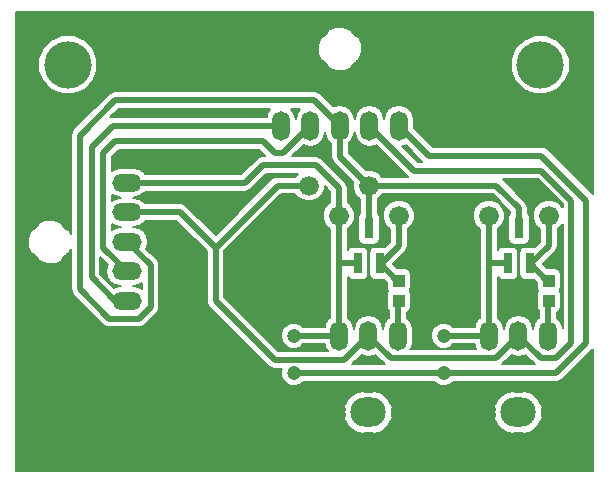
<source format=gbr>
G04 #@! TF.FileFunction,Copper,L2,Bot,Signal*
%FSLAX46Y46*%
G04 Gerber Fmt 4.6, Leading zero omitted, Abs format (unit mm)*
G04 Created by KiCad (PCBNEW 4.0.4-stable) date 10/31/16 15:00:17*
%MOMM*%
%LPD*%
G01*
G04 APERTURE LIST*
%ADD10C,0.100000*%
%ADD11O,1.500000X2.500000*%
%ADD12O,3.000000X2.500000*%
%ADD13R,0.800100X1.800860*%
%ADD14C,1.676400*%
%ADD15R,1.000000X1.100000*%
%ADD16O,2.500000X1.500000*%
%ADD17C,4.000000*%
%ADD18C,1.200000*%
%ADD19C,0.500000*%
%ADD20C,0.200000*%
G04 APERTURE END LIST*
D10*
D11*
X40640000Y-27940000D03*
X43140000Y-27940000D03*
X45640000Y-27940000D03*
D12*
X43140000Y-34440000D03*
D11*
X27940000Y-27940000D03*
X30440000Y-27940000D03*
X32940000Y-27940000D03*
D12*
X30440000Y-34440000D03*
D11*
X33020000Y-10160000D03*
X30520000Y-10160000D03*
X28020000Y-10160000D03*
X25520000Y-10160000D03*
X23020000Y-10160000D03*
D13*
X44130000Y-21821140D03*
X42230000Y-21821140D03*
X43180000Y-18818860D03*
X31430000Y-21821140D03*
X29530000Y-21821140D03*
X30480000Y-18818860D03*
D14*
X40640000Y-17780000D03*
X45720000Y-17780000D03*
X33020000Y-17780000D03*
X27940000Y-17780000D03*
X25400000Y-15240000D03*
X30480000Y-15240000D03*
D15*
X45720000Y-23280000D03*
X45720000Y-24980000D03*
X33020000Y-24980000D03*
X33020000Y-23280000D03*
D16*
X10000000Y-15000000D03*
X10000000Y-17500000D03*
X10000000Y-20000000D03*
X10000000Y-22500000D03*
X10000000Y-25000000D03*
D17*
X45000000Y-5000000D03*
X5000000Y-5000000D03*
D18*
X36830000Y-27940000D03*
X36830000Y-31115000D03*
X24130000Y-27940000D03*
X24130000Y-31115000D03*
D19*
X10000000Y-15000000D02*
X20000000Y-15000000D01*
X27940000Y-15440000D02*
X27940000Y-17780000D01*
X26000000Y-13500000D02*
X27940000Y-15440000D01*
X21500000Y-13500000D02*
X26000000Y-13500000D01*
X20000000Y-15000000D02*
X21500000Y-13500000D01*
X36830000Y-31115000D02*
X46355000Y-31115000D01*
X35560000Y-12700000D02*
X33020000Y-10160000D01*
X45085000Y-12700000D02*
X35560000Y-12700000D01*
X48895000Y-16510000D02*
X45085000Y-12700000D01*
X48895000Y-28575000D02*
X48895000Y-16510000D01*
X46355000Y-31115000D02*
X48895000Y-28575000D01*
X24130000Y-31115000D02*
X36830000Y-31115000D01*
X36830000Y-27940000D02*
X40640000Y-27940000D01*
X24130000Y-27940000D02*
X27940000Y-27940000D01*
X29530000Y-21821140D02*
X27940000Y-21821140D01*
X27940000Y-21821140D02*
X27940000Y-21590000D01*
X42230000Y-21821140D02*
X40640000Y-21821140D01*
X40640000Y-21821140D02*
X40640000Y-21590000D01*
X40640000Y-17780000D02*
X40640000Y-21590000D01*
X40640000Y-21590000D02*
X40640000Y-27940000D01*
X27940000Y-27940000D02*
X27940000Y-21590000D01*
X27940000Y-21590000D02*
X27940000Y-17780000D01*
X25400000Y-15240000D02*
X22760000Y-15240000D01*
X22760000Y-15240000D02*
X17500000Y-20500000D01*
X30440000Y-27940000D02*
X28380000Y-30000000D01*
X14500000Y-17500000D02*
X10000000Y-17500000D01*
X17500000Y-20500000D02*
X14500000Y-17500000D01*
X17500000Y-25000000D02*
X17500000Y-20500000D01*
X22500000Y-30000000D02*
X17500000Y-25000000D01*
X28380000Y-30000000D02*
X22500000Y-30000000D01*
X30520000Y-10160000D02*
X34330000Y-13970000D01*
X45045000Y-29845000D02*
X43140000Y-27940000D01*
X46355000Y-29845000D02*
X45045000Y-29845000D01*
X47625000Y-28575000D02*
X46355000Y-29845000D01*
X47625000Y-16510000D02*
X47625000Y-28575000D01*
X45085000Y-13970000D02*
X47625000Y-16510000D01*
X34330000Y-13970000D02*
X45085000Y-13970000D01*
X30440000Y-27940000D02*
X32345000Y-29845000D01*
X41235000Y-29845000D02*
X43140000Y-27940000D01*
X32345000Y-29845000D02*
X41235000Y-29845000D01*
X45640000Y-27940000D02*
X45640000Y-25060000D01*
X45640000Y-25060000D02*
X45720000Y-24980000D01*
X32940000Y-27940000D02*
X32940000Y-25060000D01*
X32940000Y-25060000D02*
X33020000Y-24980000D01*
X10000000Y-20000000D02*
X12000000Y-22000000D01*
X25860000Y-8000000D02*
X28020000Y-10160000D01*
X9000000Y-8000000D02*
X25860000Y-8000000D01*
X6000000Y-11000000D02*
X9000000Y-8000000D01*
X6000000Y-24000000D02*
X6000000Y-11000000D01*
X8500000Y-26500000D02*
X6000000Y-24000000D01*
X11000000Y-26500000D02*
X8500000Y-26500000D01*
X12000000Y-25500000D02*
X11000000Y-26500000D01*
X12000000Y-22000000D02*
X12000000Y-25500000D01*
X28020000Y-10160000D02*
X28020000Y-12780000D01*
X28020000Y-12780000D02*
X30480000Y-15240000D01*
X30480000Y-15240000D02*
X41275000Y-15240000D01*
X43180000Y-17145000D02*
X43180000Y-18818860D01*
X41275000Y-15240000D02*
X43180000Y-17145000D01*
X30480000Y-18818860D02*
X30480000Y-15240000D01*
X45588860Y-23280000D02*
X44130000Y-21821140D01*
X45720000Y-23280000D02*
X45588860Y-23280000D01*
X45720000Y-20320000D02*
X45720000Y-17780000D01*
X44130000Y-21821140D02*
X44218860Y-21821140D01*
X44218860Y-21821140D02*
X45720000Y-20320000D01*
X33020000Y-23280000D02*
X32888860Y-23280000D01*
X32888860Y-23280000D02*
X31430000Y-21821140D01*
X33020000Y-20320000D02*
X31750000Y-21590000D01*
X31750000Y-21590000D02*
X31430000Y-21821140D01*
X33020000Y-17780000D02*
X33020000Y-20320000D01*
X10000000Y-22500000D02*
X8000000Y-20500000D01*
X23180000Y-12500000D02*
X25520000Y-10160000D01*
X22500000Y-12500000D02*
X23180000Y-12500000D01*
X21500000Y-11500000D02*
X22500000Y-12500000D01*
X9000000Y-11500000D02*
X21500000Y-11500000D01*
X8000000Y-12500000D02*
X9000000Y-11500000D01*
X8000000Y-20500000D02*
X8000000Y-12500000D01*
X23020000Y-10160000D02*
X8840000Y-10160000D01*
X7000000Y-23000000D02*
X9000000Y-25000000D01*
X7000000Y-12000000D02*
X7000000Y-23000000D01*
X8840000Y-10160000D02*
X7000000Y-12000000D01*
X9000000Y-25000000D02*
X10000000Y-25000000D01*
D20*
G36*
X49425000Y-15979340D02*
X45615330Y-12169670D01*
X45372013Y-12007090D01*
X45085000Y-11950000D01*
X35870660Y-11950000D01*
X34270000Y-10349340D01*
X34270000Y-9625715D01*
X34174849Y-9147361D01*
X33903883Y-8741832D01*
X33498354Y-8470866D01*
X33020000Y-8375715D01*
X32541646Y-8470866D01*
X32136117Y-8741832D01*
X31865151Y-9147361D01*
X31770000Y-9625715D01*
X31674849Y-9147361D01*
X31403883Y-8741832D01*
X30998354Y-8470866D01*
X30520000Y-8375715D01*
X30041646Y-8470866D01*
X29636117Y-8741832D01*
X29365151Y-9147361D01*
X29270000Y-9625715D01*
X29174849Y-9147361D01*
X28903883Y-8741832D01*
X28498354Y-8470866D01*
X28020000Y-8375715D01*
X27541646Y-8470866D01*
X27451656Y-8530996D01*
X26390330Y-7469670D01*
X26147013Y-7307090D01*
X25860000Y-7250000D01*
X9000000Y-7250000D01*
X8712987Y-7307090D01*
X8469670Y-7469670D01*
X5469670Y-10469670D01*
X5307090Y-10712987D01*
X5250000Y-11000000D01*
X5250000Y-19333334D01*
X5118048Y-19014774D01*
X4874320Y-18899684D01*
X4599887Y-18624772D01*
X4485226Y-18381952D01*
X3791030Y-18128089D01*
X3052527Y-18159207D01*
X2514774Y-18381952D01*
X2399684Y-18625680D01*
X2124772Y-18900113D01*
X1881952Y-19014774D01*
X1628089Y-19708970D01*
X1659207Y-20447473D01*
X1881952Y-20985226D01*
X2125680Y-21100316D01*
X2400113Y-21375228D01*
X2514774Y-21618048D01*
X3208970Y-21871911D01*
X3947473Y-21840793D01*
X4485226Y-21618048D01*
X4600316Y-21374320D01*
X4875228Y-21099887D01*
X5118048Y-20985226D01*
X5250000Y-20624399D01*
X5250000Y-24000000D01*
X5307090Y-24287013D01*
X5469670Y-24530330D01*
X7969670Y-27030330D01*
X8212987Y-27192910D01*
X8500000Y-27250000D01*
X11000000Y-27250000D01*
X11287013Y-27192910D01*
X11530330Y-27030330D01*
X12530330Y-26030330D01*
X12692911Y-25787012D01*
X12750000Y-25500000D01*
X12750000Y-22000000D01*
X12692910Y-21712987D01*
X12530330Y-21469670D01*
X11629004Y-20568344D01*
X11689134Y-20478354D01*
X11784285Y-20000000D01*
X11689134Y-19521646D01*
X11418168Y-19116117D01*
X11012639Y-18845151D01*
X10534285Y-18750000D01*
X11012639Y-18654849D01*
X11418168Y-18383883D01*
X11507626Y-18250000D01*
X14189340Y-18250000D01*
X16750000Y-20810660D01*
X16750000Y-25000000D01*
X16807090Y-25287013D01*
X16969670Y-25530330D01*
X21969670Y-30530330D01*
X22212987Y-30692910D01*
X22500000Y-30750000D01*
X23090499Y-30750000D01*
X23030192Y-30895237D01*
X23029810Y-31332844D01*
X23196922Y-31737286D01*
X23506087Y-32046991D01*
X23910237Y-32214808D01*
X24347844Y-32215190D01*
X24752286Y-32048078D01*
X24935684Y-31865000D01*
X36024413Y-31865000D01*
X36206087Y-32046991D01*
X36610237Y-32214808D01*
X37047844Y-32215190D01*
X37452286Y-32048078D01*
X37635684Y-31865000D01*
X46355000Y-31865000D01*
X46642013Y-31807910D01*
X46885330Y-31645330D01*
X49425000Y-29105660D01*
X49425000Y-39425000D01*
X575000Y-39425000D01*
X575000Y-33998241D01*
X28385280Y-33998241D01*
X28452359Y-34180885D01*
X28400818Y-34440000D01*
X28452359Y-34699115D01*
X28385280Y-34881759D01*
X28401889Y-34968015D01*
X28740064Y-35612103D01*
X29298978Y-36077749D01*
X29993542Y-36294062D01*
X30204750Y-36190000D01*
X30675250Y-36190000D01*
X30886458Y-36294062D01*
X31581022Y-36077749D01*
X32139936Y-35612103D01*
X32478111Y-34968015D01*
X32494720Y-34881759D01*
X32427641Y-34699115D01*
X32479182Y-34440000D01*
X32427641Y-34180885D01*
X32494720Y-33998241D01*
X41085280Y-33998241D01*
X41152359Y-34180885D01*
X41100818Y-34440000D01*
X41152359Y-34699115D01*
X41085280Y-34881759D01*
X41101889Y-34968015D01*
X41440064Y-35612103D01*
X41998978Y-36077749D01*
X42693542Y-36294062D01*
X42904750Y-36190000D01*
X43375250Y-36190000D01*
X43586458Y-36294062D01*
X44281022Y-36077749D01*
X44839936Y-35612103D01*
X45178111Y-34968015D01*
X45194720Y-34881759D01*
X45127641Y-34699115D01*
X45179182Y-34440000D01*
X45127641Y-34180885D01*
X45194720Y-33998241D01*
X45178111Y-33911985D01*
X44839936Y-33267897D01*
X44281022Y-32802251D01*
X43586458Y-32585938D01*
X43375250Y-32690000D01*
X42904750Y-32690000D01*
X42693542Y-32585938D01*
X41998978Y-32802251D01*
X41440064Y-33267897D01*
X41101889Y-33911985D01*
X41085280Y-33998241D01*
X32494720Y-33998241D01*
X32478111Y-33911985D01*
X32139936Y-33267897D01*
X31581022Y-32802251D01*
X30886458Y-32585938D01*
X30675250Y-32690000D01*
X30204750Y-32690000D01*
X29993542Y-32585938D01*
X29298978Y-32802251D01*
X28740064Y-33267897D01*
X28401889Y-33911985D01*
X28385280Y-33998241D01*
X575000Y-33998241D01*
X575000Y-5495099D01*
X2499567Y-5495099D01*
X2879367Y-6414286D01*
X3582015Y-7118161D01*
X4500538Y-7499565D01*
X5495099Y-7500433D01*
X6414286Y-7120633D01*
X7118161Y-6417985D01*
X7499565Y-5499462D01*
X7500433Y-4504901D01*
X7120633Y-3585714D01*
X6904267Y-3368970D01*
X26148089Y-3368970D01*
X26179207Y-4107473D01*
X26401952Y-4645226D01*
X26645680Y-4760316D01*
X26920113Y-5035228D01*
X27034774Y-5278048D01*
X27728970Y-5531911D01*
X28467473Y-5500793D01*
X28481219Y-5495099D01*
X42499567Y-5495099D01*
X42879367Y-6414286D01*
X43582015Y-7118161D01*
X44500538Y-7499565D01*
X45495099Y-7500433D01*
X46414286Y-7120633D01*
X47118161Y-6417985D01*
X47499565Y-5499462D01*
X47500433Y-4504901D01*
X47120633Y-3585714D01*
X46417985Y-2881839D01*
X45499462Y-2500435D01*
X44504901Y-2499567D01*
X43585714Y-2879367D01*
X42881839Y-3582015D01*
X42500435Y-4500538D01*
X42499567Y-5495099D01*
X28481219Y-5495099D01*
X29005226Y-5278048D01*
X29120316Y-5034320D01*
X29395228Y-4759887D01*
X29638048Y-4645226D01*
X29891911Y-3951030D01*
X29860793Y-3212527D01*
X29638048Y-2674774D01*
X29394320Y-2559684D01*
X29119887Y-2284772D01*
X29005226Y-2041952D01*
X28311030Y-1788089D01*
X27572527Y-1819207D01*
X27034774Y-2041952D01*
X26919684Y-2285680D01*
X26644772Y-2560113D01*
X26401952Y-2674774D01*
X26148089Y-3368970D01*
X6904267Y-3368970D01*
X6417985Y-2881839D01*
X5499462Y-2500435D01*
X4504901Y-2499567D01*
X3585714Y-2879367D01*
X2881839Y-3582015D01*
X2500435Y-4500538D01*
X2499567Y-5495099D01*
X575000Y-5495099D01*
X575000Y-575000D01*
X49425000Y-575000D01*
X49425000Y-15979340D01*
X49425000Y-15979340D01*
G37*
X49425000Y-15979340D02*
X45615330Y-12169670D01*
X45372013Y-12007090D01*
X45085000Y-11950000D01*
X35870660Y-11950000D01*
X34270000Y-10349340D01*
X34270000Y-9625715D01*
X34174849Y-9147361D01*
X33903883Y-8741832D01*
X33498354Y-8470866D01*
X33020000Y-8375715D01*
X32541646Y-8470866D01*
X32136117Y-8741832D01*
X31865151Y-9147361D01*
X31770000Y-9625715D01*
X31674849Y-9147361D01*
X31403883Y-8741832D01*
X30998354Y-8470866D01*
X30520000Y-8375715D01*
X30041646Y-8470866D01*
X29636117Y-8741832D01*
X29365151Y-9147361D01*
X29270000Y-9625715D01*
X29174849Y-9147361D01*
X28903883Y-8741832D01*
X28498354Y-8470866D01*
X28020000Y-8375715D01*
X27541646Y-8470866D01*
X27451656Y-8530996D01*
X26390330Y-7469670D01*
X26147013Y-7307090D01*
X25860000Y-7250000D01*
X9000000Y-7250000D01*
X8712987Y-7307090D01*
X8469670Y-7469670D01*
X5469670Y-10469670D01*
X5307090Y-10712987D01*
X5250000Y-11000000D01*
X5250000Y-19333334D01*
X5118048Y-19014774D01*
X4874320Y-18899684D01*
X4599887Y-18624772D01*
X4485226Y-18381952D01*
X3791030Y-18128089D01*
X3052527Y-18159207D01*
X2514774Y-18381952D01*
X2399684Y-18625680D01*
X2124772Y-18900113D01*
X1881952Y-19014774D01*
X1628089Y-19708970D01*
X1659207Y-20447473D01*
X1881952Y-20985226D01*
X2125680Y-21100316D01*
X2400113Y-21375228D01*
X2514774Y-21618048D01*
X3208970Y-21871911D01*
X3947473Y-21840793D01*
X4485226Y-21618048D01*
X4600316Y-21374320D01*
X4875228Y-21099887D01*
X5118048Y-20985226D01*
X5250000Y-20624399D01*
X5250000Y-24000000D01*
X5307090Y-24287013D01*
X5469670Y-24530330D01*
X7969670Y-27030330D01*
X8212987Y-27192910D01*
X8500000Y-27250000D01*
X11000000Y-27250000D01*
X11287013Y-27192910D01*
X11530330Y-27030330D01*
X12530330Y-26030330D01*
X12692911Y-25787012D01*
X12750000Y-25500000D01*
X12750000Y-22000000D01*
X12692910Y-21712987D01*
X12530330Y-21469670D01*
X11629004Y-20568344D01*
X11689134Y-20478354D01*
X11784285Y-20000000D01*
X11689134Y-19521646D01*
X11418168Y-19116117D01*
X11012639Y-18845151D01*
X10534285Y-18750000D01*
X11012639Y-18654849D01*
X11418168Y-18383883D01*
X11507626Y-18250000D01*
X14189340Y-18250000D01*
X16750000Y-20810660D01*
X16750000Y-25000000D01*
X16807090Y-25287013D01*
X16969670Y-25530330D01*
X21969670Y-30530330D01*
X22212987Y-30692910D01*
X22500000Y-30750000D01*
X23090499Y-30750000D01*
X23030192Y-30895237D01*
X23029810Y-31332844D01*
X23196922Y-31737286D01*
X23506087Y-32046991D01*
X23910237Y-32214808D01*
X24347844Y-32215190D01*
X24752286Y-32048078D01*
X24935684Y-31865000D01*
X36024413Y-31865000D01*
X36206087Y-32046991D01*
X36610237Y-32214808D01*
X37047844Y-32215190D01*
X37452286Y-32048078D01*
X37635684Y-31865000D01*
X46355000Y-31865000D01*
X46642013Y-31807910D01*
X46885330Y-31645330D01*
X49425000Y-29105660D01*
X49425000Y-39425000D01*
X575000Y-39425000D01*
X575000Y-33998241D01*
X28385280Y-33998241D01*
X28452359Y-34180885D01*
X28400818Y-34440000D01*
X28452359Y-34699115D01*
X28385280Y-34881759D01*
X28401889Y-34968015D01*
X28740064Y-35612103D01*
X29298978Y-36077749D01*
X29993542Y-36294062D01*
X30204750Y-36190000D01*
X30675250Y-36190000D01*
X30886458Y-36294062D01*
X31581022Y-36077749D01*
X32139936Y-35612103D01*
X32478111Y-34968015D01*
X32494720Y-34881759D01*
X32427641Y-34699115D01*
X32479182Y-34440000D01*
X32427641Y-34180885D01*
X32494720Y-33998241D01*
X41085280Y-33998241D01*
X41152359Y-34180885D01*
X41100818Y-34440000D01*
X41152359Y-34699115D01*
X41085280Y-34881759D01*
X41101889Y-34968015D01*
X41440064Y-35612103D01*
X41998978Y-36077749D01*
X42693542Y-36294062D01*
X42904750Y-36190000D01*
X43375250Y-36190000D01*
X43586458Y-36294062D01*
X44281022Y-36077749D01*
X44839936Y-35612103D01*
X45178111Y-34968015D01*
X45194720Y-34881759D01*
X45127641Y-34699115D01*
X45179182Y-34440000D01*
X45127641Y-34180885D01*
X45194720Y-33998241D01*
X45178111Y-33911985D01*
X44839936Y-33267897D01*
X44281022Y-32802251D01*
X43586458Y-32585938D01*
X43375250Y-32690000D01*
X42904750Y-32690000D01*
X42693542Y-32585938D01*
X41998978Y-32802251D01*
X41440064Y-33267897D01*
X41101889Y-33911985D01*
X41085280Y-33998241D01*
X32494720Y-33998241D01*
X32478111Y-33911985D01*
X32139936Y-33267897D01*
X31581022Y-32802251D01*
X30886458Y-32585938D01*
X30675250Y-32690000D01*
X30204750Y-32690000D01*
X29993542Y-32585938D01*
X29298978Y-32802251D01*
X28740064Y-33267897D01*
X28401889Y-33911985D01*
X28385280Y-33998241D01*
X575000Y-33998241D01*
X575000Y-5495099D01*
X2499567Y-5495099D01*
X2879367Y-6414286D01*
X3582015Y-7118161D01*
X4500538Y-7499565D01*
X5495099Y-7500433D01*
X6414286Y-7120633D01*
X7118161Y-6417985D01*
X7499565Y-5499462D01*
X7500433Y-4504901D01*
X7120633Y-3585714D01*
X6904267Y-3368970D01*
X26148089Y-3368970D01*
X26179207Y-4107473D01*
X26401952Y-4645226D01*
X26645680Y-4760316D01*
X26920113Y-5035228D01*
X27034774Y-5278048D01*
X27728970Y-5531911D01*
X28467473Y-5500793D01*
X28481219Y-5495099D01*
X42499567Y-5495099D01*
X42879367Y-6414286D01*
X43582015Y-7118161D01*
X44500538Y-7499565D01*
X45495099Y-7500433D01*
X46414286Y-7120633D01*
X47118161Y-6417985D01*
X47499565Y-5499462D01*
X47500433Y-4504901D01*
X47120633Y-3585714D01*
X46417985Y-2881839D01*
X45499462Y-2500435D01*
X44504901Y-2499567D01*
X43585714Y-2879367D01*
X42881839Y-3582015D01*
X42500435Y-4500538D01*
X42499567Y-5495099D01*
X28481219Y-5495099D01*
X29005226Y-5278048D01*
X29120316Y-5034320D01*
X29395228Y-4759887D01*
X29638048Y-4645226D01*
X29891911Y-3951030D01*
X29860793Y-3212527D01*
X29638048Y-2674774D01*
X29394320Y-2559684D01*
X29119887Y-2284772D01*
X29005226Y-2041952D01*
X28311030Y-1788089D01*
X27572527Y-1819207D01*
X27034774Y-2041952D01*
X26919684Y-2285680D01*
X26644772Y-2560113D01*
X26401952Y-2674774D01*
X26148089Y-3368970D01*
X6904267Y-3368970D01*
X6417985Y-2881839D01*
X5499462Y-2500435D01*
X4504901Y-2499567D01*
X3585714Y-2879367D01*
X2881839Y-3582015D01*
X2500435Y-4500538D01*
X2499567Y-5495099D01*
X575000Y-5495099D01*
X575000Y-575000D01*
X49425000Y-575000D01*
X49425000Y-15979340D01*
G36*
X44504340Y-30365000D02*
X41775660Y-30365000D01*
X42571656Y-29569004D01*
X42661646Y-29629134D01*
X43140000Y-29724285D01*
X43618354Y-29629134D01*
X43708344Y-29569004D01*
X44504340Y-30365000D01*
X44504340Y-30365000D01*
G37*
X44504340Y-30365000D02*
X41775660Y-30365000D01*
X42571656Y-29569004D01*
X42661646Y-29629134D01*
X43140000Y-29724285D01*
X43618354Y-29629134D01*
X43708344Y-29569004D01*
X44504340Y-30365000D01*
G36*
X31804340Y-30365000D02*
X29075660Y-30365000D01*
X29871656Y-29569004D01*
X29961646Y-29629134D01*
X30440000Y-29724285D01*
X30918354Y-29629134D01*
X31008344Y-29569004D01*
X31804340Y-30365000D01*
X31804340Y-30365000D01*
G37*
X31804340Y-30365000D02*
X29075660Y-30365000D01*
X29871656Y-29569004D01*
X29961646Y-29629134D01*
X30440000Y-29724285D01*
X30918354Y-29629134D01*
X31008344Y-29569004D01*
X31804340Y-30365000D01*
G36*
X27190000Y-15750660D02*
X27190000Y-16641960D01*
X27182961Y-16644868D01*
X26806191Y-17020981D01*
X26602033Y-17512648D01*
X26601568Y-18045017D01*
X26804868Y-18537039D01*
X27180981Y-18913809D01*
X27190000Y-18917554D01*
X27190000Y-26432374D01*
X27056117Y-26521832D01*
X26785151Y-26927361D01*
X26732909Y-27190000D01*
X24935587Y-27190000D01*
X24753913Y-27008009D01*
X24349763Y-26840192D01*
X23912156Y-26839810D01*
X23507714Y-27006922D01*
X23198009Y-27316087D01*
X23030192Y-27720237D01*
X23029810Y-28157844D01*
X23196922Y-28562286D01*
X23506087Y-28871991D01*
X23910237Y-29039808D01*
X24347844Y-29040190D01*
X24752286Y-28873078D01*
X24935684Y-28690000D01*
X26732909Y-28690000D01*
X26785151Y-28952639D01*
X26983841Y-29250000D01*
X22810660Y-29250000D01*
X18250000Y-24689340D01*
X18250000Y-20810660D01*
X23070660Y-15990000D01*
X24261960Y-15990000D01*
X24264868Y-15997039D01*
X24640981Y-16373809D01*
X25132648Y-16577967D01*
X25665017Y-16578432D01*
X26157039Y-16375132D01*
X26533809Y-15999019D01*
X26737967Y-15507352D01*
X26738149Y-15298809D01*
X27190000Y-15750660D01*
X27190000Y-15750660D01*
G37*
X27190000Y-15750660D02*
X27190000Y-16641960D01*
X27182961Y-16644868D01*
X26806191Y-17020981D01*
X26602033Y-17512648D01*
X26601568Y-18045017D01*
X26804868Y-18537039D01*
X27180981Y-18913809D01*
X27190000Y-18917554D01*
X27190000Y-26432374D01*
X27056117Y-26521832D01*
X26785151Y-26927361D01*
X26732909Y-27190000D01*
X24935587Y-27190000D01*
X24753913Y-27008009D01*
X24349763Y-26840192D01*
X23912156Y-26839810D01*
X23507714Y-27006922D01*
X23198009Y-27316087D01*
X23030192Y-27720237D01*
X23029810Y-28157844D01*
X23196922Y-28562286D01*
X23506087Y-28871991D01*
X23910237Y-29039808D01*
X24347844Y-29040190D01*
X24752286Y-28873078D01*
X24935684Y-28690000D01*
X26732909Y-28690000D01*
X26785151Y-28952639D01*
X26983841Y-29250000D01*
X22810660Y-29250000D01*
X18250000Y-24689340D01*
X18250000Y-20810660D01*
X23070660Y-15990000D01*
X24261960Y-15990000D01*
X24264868Y-15997039D01*
X24640981Y-16373809D01*
X25132648Y-16577967D01*
X25665017Y-16578432D01*
X26157039Y-16375132D01*
X26533809Y-15999019D01*
X26737967Y-15507352D01*
X26738149Y-15298809D01*
X27190000Y-15750660D01*
G36*
X26865151Y-11172639D02*
X27136117Y-11578168D01*
X27270000Y-11667626D01*
X27270000Y-12780000D01*
X27327090Y-13067013D01*
X27489670Y-13310330D01*
X29144954Y-14965614D01*
X29142033Y-14972648D01*
X29141568Y-15505017D01*
X29344868Y-15997039D01*
X29720981Y-16373809D01*
X29730000Y-16377554D01*
X29730000Y-17549456D01*
X29724485Y-17553005D01*
X29610320Y-17720091D01*
X29570155Y-17918430D01*
X29570155Y-19719290D01*
X29605019Y-19904579D01*
X29714525Y-20074755D01*
X29881611Y-20188920D01*
X30079950Y-20229085D01*
X30880050Y-20229085D01*
X31065339Y-20194221D01*
X31235515Y-20084715D01*
X31349680Y-19917629D01*
X31389845Y-19719290D01*
X31389845Y-17918430D01*
X31354981Y-17733141D01*
X31245475Y-17562965D01*
X31230000Y-17552391D01*
X31230000Y-16378040D01*
X31237039Y-16375132D01*
X31613809Y-15999019D01*
X31617554Y-15990000D01*
X40964340Y-15990000D01*
X42430000Y-17455660D01*
X42430000Y-17549456D01*
X42424485Y-17553005D01*
X42310320Y-17720091D01*
X42270155Y-17918430D01*
X42270155Y-19719290D01*
X42305019Y-19904579D01*
X42414525Y-20074755D01*
X42581611Y-20188920D01*
X42779950Y-20229085D01*
X43580050Y-20229085D01*
X43765339Y-20194221D01*
X43935515Y-20084715D01*
X44049680Y-19917629D01*
X44089845Y-19719290D01*
X44089845Y-17918430D01*
X44054981Y-17733141D01*
X43945475Y-17562965D01*
X43930000Y-17552391D01*
X43930000Y-17145000D01*
X43872910Y-16857987D01*
X43710330Y-16614670D01*
X41815660Y-14720000D01*
X44774340Y-14720000D01*
X46875000Y-16820660D01*
X46875000Y-17071045D01*
X46855132Y-17022961D01*
X46479019Y-16646191D01*
X45987352Y-16442033D01*
X45454983Y-16441568D01*
X44962961Y-16644868D01*
X44586191Y-17020981D01*
X44382033Y-17512648D01*
X44381568Y-18045017D01*
X44584868Y-18537039D01*
X44960981Y-18913809D01*
X44970000Y-18917554D01*
X44970000Y-20009340D01*
X44561963Y-20417377D01*
X44530050Y-20410915D01*
X43729950Y-20410915D01*
X43544661Y-20445779D01*
X43374485Y-20555285D01*
X43260320Y-20722371D01*
X43220155Y-20920710D01*
X43220155Y-22721570D01*
X43255019Y-22906859D01*
X43364525Y-23077035D01*
X43531611Y-23191200D01*
X43729950Y-23231365D01*
X44479565Y-23231365D01*
X44710205Y-23462005D01*
X44710205Y-23830000D01*
X44745069Y-24015289D01*
X44819344Y-24130715D01*
X44750370Y-24231661D01*
X44710205Y-24430000D01*
X44710205Y-25530000D01*
X44745069Y-25715289D01*
X44854575Y-25885465D01*
X44890000Y-25909670D01*
X44890000Y-26432374D01*
X44756117Y-26521832D01*
X44485151Y-26927361D01*
X44390000Y-27405715D01*
X44294849Y-26927361D01*
X44023883Y-26521832D01*
X43618354Y-26250866D01*
X43140000Y-26155715D01*
X42661646Y-26250866D01*
X42256117Y-26521832D01*
X41985151Y-26927361D01*
X41890000Y-27405715D01*
X41794849Y-26927361D01*
X41523883Y-26521832D01*
X41390000Y-26432374D01*
X41390000Y-22961221D01*
X41464525Y-23077035D01*
X41631611Y-23191200D01*
X41829950Y-23231365D01*
X42630050Y-23231365D01*
X42815339Y-23196501D01*
X42985515Y-23086995D01*
X43099680Y-22919909D01*
X43139845Y-22721570D01*
X43139845Y-20920710D01*
X43104981Y-20735421D01*
X42995475Y-20565245D01*
X42828389Y-20451080D01*
X42630050Y-20410915D01*
X41829950Y-20410915D01*
X41644661Y-20445779D01*
X41474485Y-20555285D01*
X41390000Y-20678933D01*
X41390000Y-18918040D01*
X41397039Y-18915132D01*
X41773809Y-18539019D01*
X41977967Y-18047352D01*
X41978432Y-17514983D01*
X41775132Y-17022961D01*
X41399019Y-16646191D01*
X40907352Y-16442033D01*
X40374983Y-16441568D01*
X39882961Y-16644868D01*
X39506191Y-17020981D01*
X39302033Y-17512648D01*
X39301568Y-18045017D01*
X39504868Y-18537039D01*
X39880981Y-18913809D01*
X39890000Y-18917554D01*
X39890000Y-26432374D01*
X39756117Y-26521832D01*
X39485151Y-26927361D01*
X39432909Y-27190000D01*
X37635587Y-27190000D01*
X37453913Y-27008009D01*
X37049763Y-26840192D01*
X36612156Y-26839810D01*
X36207714Y-27006922D01*
X35898009Y-27316087D01*
X35730192Y-27720237D01*
X35729810Y-28157844D01*
X35896922Y-28562286D01*
X36206087Y-28871991D01*
X36610237Y-29039808D01*
X37047844Y-29040190D01*
X37452286Y-28873078D01*
X37635684Y-28690000D01*
X39432909Y-28690000D01*
X39485151Y-28952639D01*
X39580274Y-29095000D01*
X33999726Y-29095000D01*
X34094849Y-28952639D01*
X34190000Y-28474285D01*
X34190000Y-27405715D01*
X34094849Y-26927361D01*
X33823883Y-26521832D01*
X33690000Y-26432374D01*
X33690000Y-26007808D01*
X33705289Y-26004931D01*
X33875465Y-25895425D01*
X33989630Y-25728339D01*
X34029795Y-25530000D01*
X34029795Y-24430000D01*
X33994931Y-24244711D01*
X33920656Y-24129285D01*
X33989630Y-24028339D01*
X34029795Y-23830000D01*
X34029795Y-22730000D01*
X33994931Y-22544711D01*
X33885425Y-22374535D01*
X33718339Y-22260370D01*
X33520000Y-22220205D01*
X32889725Y-22220205D01*
X32535090Y-21865570D01*
X33550330Y-20850330D01*
X33712910Y-20607013D01*
X33770000Y-20320000D01*
X33770000Y-18918040D01*
X33777039Y-18915132D01*
X34153809Y-18539019D01*
X34357967Y-18047352D01*
X34358432Y-17514983D01*
X34155132Y-17022961D01*
X33779019Y-16646191D01*
X33287352Y-16442033D01*
X32754983Y-16441568D01*
X32262961Y-16644868D01*
X31886191Y-17020981D01*
X31682033Y-17512648D01*
X31681568Y-18045017D01*
X31884868Y-18537039D01*
X32260981Y-18913809D01*
X32270000Y-18917554D01*
X32270000Y-20009340D01*
X31861963Y-20417377D01*
X31830050Y-20410915D01*
X31029950Y-20410915D01*
X30844661Y-20445779D01*
X30674485Y-20555285D01*
X30560320Y-20722371D01*
X30520155Y-20920710D01*
X30520155Y-22721570D01*
X30555019Y-22906859D01*
X30664525Y-23077035D01*
X30831611Y-23191200D01*
X31029950Y-23231365D01*
X31779565Y-23231365D01*
X32010205Y-23462005D01*
X32010205Y-23830000D01*
X32045069Y-24015289D01*
X32119344Y-24130715D01*
X32050370Y-24231661D01*
X32010205Y-24430000D01*
X32010205Y-25530000D01*
X32045069Y-25715289D01*
X32154575Y-25885465D01*
X32190000Y-25909670D01*
X32190000Y-26432374D01*
X32056117Y-26521832D01*
X31785151Y-26927361D01*
X31690000Y-27405715D01*
X31594849Y-26927361D01*
X31323883Y-26521832D01*
X30918354Y-26250866D01*
X30440000Y-26155715D01*
X29961646Y-26250866D01*
X29556117Y-26521832D01*
X29285151Y-26927361D01*
X29190000Y-27405715D01*
X29094849Y-26927361D01*
X28823883Y-26521832D01*
X28690000Y-26432374D01*
X28690000Y-22961221D01*
X28764525Y-23077035D01*
X28931611Y-23191200D01*
X29129950Y-23231365D01*
X29930050Y-23231365D01*
X30115339Y-23196501D01*
X30285515Y-23086995D01*
X30399680Y-22919909D01*
X30439845Y-22721570D01*
X30439845Y-20920710D01*
X30404981Y-20735421D01*
X30295475Y-20565245D01*
X30128389Y-20451080D01*
X29930050Y-20410915D01*
X29129950Y-20410915D01*
X28944661Y-20445779D01*
X28774485Y-20555285D01*
X28690000Y-20678933D01*
X28690000Y-18918040D01*
X28697039Y-18915132D01*
X29073809Y-18539019D01*
X29277967Y-18047352D01*
X29278432Y-17514983D01*
X29075132Y-17022961D01*
X28699019Y-16646191D01*
X28690000Y-16642446D01*
X28690000Y-15440000D01*
X28632910Y-15152987D01*
X28470330Y-14909670D01*
X26530330Y-12969670D01*
X26287013Y-12807090D01*
X26000000Y-12750000D01*
X23990660Y-12750000D01*
X24951656Y-11789004D01*
X25041646Y-11849134D01*
X25520000Y-11944285D01*
X25998354Y-11849134D01*
X26403883Y-11578168D01*
X26674849Y-11172639D01*
X26770000Y-10694285D01*
X26865151Y-11172639D01*
X26865151Y-11172639D01*
G37*
X26865151Y-11172639D02*
X27136117Y-11578168D01*
X27270000Y-11667626D01*
X27270000Y-12780000D01*
X27327090Y-13067013D01*
X27489670Y-13310330D01*
X29144954Y-14965614D01*
X29142033Y-14972648D01*
X29141568Y-15505017D01*
X29344868Y-15997039D01*
X29720981Y-16373809D01*
X29730000Y-16377554D01*
X29730000Y-17549456D01*
X29724485Y-17553005D01*
X29610320Y-17720091D01*
X29570155Y-17918430D01*
X29570155Y-19719290D01*
X29605019Y-19904579D01*
X29714525Y-20074755D01*
X29881611Y-20188920D01*
X30079950Y-20229085D01*
X30880050Y-20229085D01*
X31065339Y-20194221D01*
X31235515Y-20084715D01*
X31349680Y-19917629D01*
X31389845Y-19719290D01*
X31389845Y-17918430D01*
X31354981Y-17733141D01*
X31245475Y-17562965D01*
X31230000Y-17552391D01*
X31230000Y-16378040D01*
X31237039Y-16375132D01*
X31613809Y-15999019D01*
X31617554Y-15990000D01*
X40964340Y-15990000D01*
X42430000Y-17455660D01*
X42430000Y-17549456D01*
X42424485Y-17553005D01*
X42310320Y-17720091D01*
X42270155Y-17918430D01*
X42270155Y-19719290D01*
X42305019Y-19904579D01*
X42414525Y-20074755D01*
X42581611Y-20188920D01*
X42779950Y-20229085D01*
X43580050Y-20229085D01*
X43765339Y-20194221D01*
X43935515Y-20084715D01*
X44049680Y-19917629D01*
X44089845Y-19719290D01*
X44089845Y-17918430D01*
X44054981Y-17733141D01*
X43945475Y-17562965D01*
X43930000Y-17552391D01*
X43930000Y-17145000D01*
X43872910Y-16857987D01*
X43710330Y-16614670D01*
X41815660Y-14720000D01*
X44774340Y-14720000D01*
X46875000Y-16820660D01*
X46875000Y-17071045D01*
X46855132Y-17022961D01*
X46479019Y-16646191D01*
X45987352Y-16442033D01*
X45454983Y-16441568D01*
X44962961Y-16644868D01*
X44586191Y-17020981D01*
X44382033Y-17512648D01*
X44381568Y-18045017D01*
X44584868Y-18537039D01*
X44960981Y-18913809D01*
X44970000Y-18917554D01*
X44970000Y-20009340D01*
X44561963Y-20417377D01*
X44530050Y-20410915D01*
X43729950Y-20410915D01*
X43544661Y-20445779D01*
X43374485Y-20555285D01*
X43260320Y-20722371D01*
X43220155Y-20920710D01*
X43220155Y-22721570D01*
X43255019Y-22906859D01*
X43364525Y-23077035D01*
X43531611Y-23191200D01*
X43729950Y-23231365D01*
X44479565Y-23231365D01*
X44710205Y-23462005D01*
X44710205Y-23830000D01*
X44745069Y-24015289D01*
X44819344Y-24130715D01*
X44750370Y-24231661D01*
X44710205Y-24430000D01*
X44710205Y-25530000D01*
X44745069Y-25715289D01*
X44854575Y-25885465D01*
X44890000Y-25909670D01*
X44890000Y-26432374D01*
X44756117Y-26521832D01*
X44485151Y-26927361D01*
X44390000Y-27405715D01*
X44294849Y-26927361D01*
X44023883Y-26521832D01*
X43618354Y-26250866D01*
X43140000Y-26155715D01*
X42661646Y-26250866D01*
X42256117Y-26521832D01*
X41985151Y-26927361D01*
X41890000Y-27405715D01*
X41794849Y-26927361D01*
X41523883Y-26521832D01*
X41390000Y-26432374D01*
X41390000Y-22961221D01*
X41464525Y-23077035D01*
X41631611Y-23191200D01*
X41829950Y-23231365D01*
X42630050Y-23231365D01*
X42815339Y-23196501D01*
X42985515Y-23086995D01*
X43099680Y-22919909D01*
X43139845Y-22721570D01*
X43139845Y-20920710D01*
X43104981Y-20735421D01*
X42995475Y-20565245D01*
X42828389Y-20451080D01*
X42630050Y-20410915D01*
X41829950Y-20410915D01*
X41644661Y-20445779D01*
X41474485Y-20555285D01*
X41390000Y-20678933D01*
X41390000Y-18918040D01*
X41397039Y-18915132D01*
X41773809Y-18539019D01*
X41977967Y-18047352D01*
X41978432Y-17514983D01*
X41775132Y-17022961D01*
X41399019Y-16646191D01*
X40907352Y-16442033D01*
X40374983Y-16441568D01*
X39882961Y-16644868D01*
X39506191Y-17020981D01*
X39302033Y-17512648D01*
X39301568Y-18045017D01*
X39504868Y-18537039D01*
X39880981Y-18913809D01*
X39890000Y-18917554D01*
X39890000Y-26432374D01*
X39756117Y-26521832D01*
X39485151Y-26927361D01*
X39432909Y-27190000D01*
X37635587Y-27190000D01*
X37453913Y-27008009D01*
X37049763Y-26840192D01*
X36612156Y-26839810D01*
X36207714Y-27006922D01*
X35898009Y-27316087D01*
X35730192Y-27720237D01*
X35729810Y-28157844D01*
X35896922Y-28562286D01*
X36206087Y-28871991D01*
X36610237Y-29039808D01*
X37047844Y-29040190D01*
X37452286Y-28873078D01*
X37635684Y-28690000D01*
X39432909Y-28690000D01*
X39485151Y-28952639D01*
X39580274Y-29095000D01*
X33999726Y-29095000D01*
X34094849Y-28952639D01*
X34190000Y-28474285D01*
X34190000Y-27405715D01*
X34094849Y-26927361D01*
X33823883Y-26521832D01*
X33690000Y-26432374D01*
X33690000Y-26007808D01*
X33705289Y-26004931D01*
X33875465Y-25895425D01*
X33989630Y-25728339D01*
X34029795Y-25530000D01*
X34029795Y-24430000D01*
X33994931Y-24244711D01*
X33920656Y-24129285D01*
X33989630Y-24028339D01*
X34029795Y-23830000D01*
X34029795Y-22730000D01*
X33994931Y-22544711D01*
X33885425Y-22374535D01*
X33718339Y-22260370D01*
X33520000Y-22220205D01*
X32889725Y-22220205D01*
X32535090Y-21865570D01*
X33550330Y-20850330D01*
X33712910Y-20607013D01*
X33770000Y-20320000D01*
X33770000Y-18918040D01*
X33777039Y-18915132D01*
X34153809Y-18539019D01*
X34357967Y-18047352D01*
X34358432Y-17514983D01*
X34155132Y-17022961D01*
X33779019Y-16646191D01*
X33287352Y-16442033D01*
X32754983Y-16441568D01*
X32262961Y-16644868D01*
X31886191Y-17020981D01*
X31682033Y-17512648D01*
X31681568Y-18045017D01*
X31884868Y-18537039D01*
X32260981Y-18913809D01*
X32270000Y-18917554D01*
X32270000Y-20009340D01*
X31861963Y-20417377D01*
X31830050Y-20410915D01*
X31029950Y-20410915D01*
X30844661Y-20445779D01*
X30674485Y-20555285D01*
X30560320Y-20722371D01*
X30520155Y-20920710D01*
X30520155Y-22721570D01*
X30555019Y-22906859D01*
X30664525Y-23077035D01*
X30831611Y-23191200D01*
X31029950Y-23231365D01*
X31779565Y-23231365D01*
X32010205Y-23462005D01*
X32010205Y-23830000D01*
X32045069Y-24015289D01*
X32119344Y-24130715D01*
X32050370Y-24231661D01*
X32010205Y-24430000D01*
X32010205Y-25530000D01*
X32045069Y-25715289D01*
X32154575Y-25885465D01*
X32190000Y-25909670D01*
X32190000Y-26432374D01*
X32056117Y-26521832D01*
X31785151Y-26927361D01*
X31690000Y-27405715D01*
X31594849Y-26927361D01*
X31323883Y-26521832D01*
X30918354Y-26250866D01*
X30440000Y-26155715D01*
X29961646Y-26250866D01*
X29556117Y-26521832D01*
X29285151Y-26927361D01*
X29190000Y-27405715D01*
X29094849Y-26927361D01*
X28823883Y-26521832D01*
X28690000Y-26432374D01*
X28690000Y-22961221D01*
X28764525Y-23077035D01*
X28931611Y-23191200D01*
X29129950Y-23231365D01*
X29930050Y-23231365D01*
X30115339Y-23196501D01*
X30285515Y-23086995D01*
X30399680Y-22919909D01*
X30439845Y-22721570D01*
X30439845Y-20920710D01*
X30404981Y-20735421D01*
X30295475Y-20565245D01*
X30128389Y-20451080D01*
X29930050Y-20410915D01*
X29129950Y-20410915D01*
X28944661Y-20445779D01*
X28774485Y-20555285D01*
X28690000Y-20678933D01*
X28690000Y-18918040D01*
X28697039Y-18915132D01*
X29073809Y-18539019D01*
X29277967Y-18047352D01*
X29278432Y-17514983D01*
X29075132Y-17022961D01*
X28699019Y-16646191D01*
X28690000Y-16642446D01*
X28690000Y-15440000D01*
X28632910Y-15152987D01*
X28470330Y-14909670D01*
X26530330Y-12969670D01*
X26287013Y-12807090D01*
X26000000Y-12750000D01*
X23990660Y-12750000D01*
X24951656Y-11789004D01*
X25041646Y-11849134D01*
X25520000Y-11944285D01*
X25998354Y-11849134D01*
X26403883Y-11578168D01*
X26674849Y-11172639D01*
X26770000Y-10694285D01*
X26865151Y-11172639D01*
G36*
X46875000Y-27330305D02*
X46794849Y-26927361D01*
X46523883Y-26521832D01*
X46390000Y-26432374D01*
X46390000Y-26007808D01*
X46405289Y-26004931D01*
X46575465Y-25895425D01*
X46689630Y-25728339D01*
X46729795Y-25530000D01*
X46729795Y-24430000D01*
X46694931Y-24244711D01*
X46620656Y-24129285D01*
X46689630Y-24028339D01*
X46729795Y-23830000D01*
X46729795Y-22730000D01*
X46694931Y-22544711D01*
X46585425Y-22374535D01*
X46418339Y-22260370D01*
X46220000Y-22220205D01*
X45589725Y-22220205D01*
X45235090Y-21865570D01*
X46250330Y-20850330D01*
X46412911Y-20607012D01*
X46470000Y-20320000D01*
X46470000Y-18918040D01*
X46477039Y-18915132D01*
X46853809Y-18539019D01*
X46875000Y-18487985D01*
X46875000Y-27330305D01*
X46875000Y-27330305D01*
G37*
X46875000Y-27330305D02*
X46794849Y-26927361D01*
X46523883Y-26521832D01*
X46390000Y-26432374D01*
X46390000Y-26007808D01*
X46405289Y-26004931D01*
X46575465Y-25895425D01*
X46689630Y-25728339D01*
X46729795Y-25530000D01*
X46729795Y-24430000D01*
X46694931Y-24244711D01*
X46620656Y-24129285D01*
X46689630Y-24028339D01*
X46729795Y-23830000D01*
X46729795Y-22730000D01*
X46694931Y-22544711D01*
X46585425Y-22374535D01*
X46418339Y-22260370D01*
X46220000Y-22220205D01*
X45589725Y-22220205D01*
X45235090Y-21865570D01*
X46250330Y-20850330D01*
X46412911Y-20607012D01*
X46470000Y-20320000D01*
X46470000Y-18918040D01*
X46477039Y-18915132D01*
X46853809Y-18539019D01*
X46875000Y-18487985D01*
X46875000Y-27330305D01*
G36*
X11250000Y-24003751D02*
X11012639Y-23845151D01*
X10534285Y-23750000D01*
X11012639Y-23654849D01*
X11250000Y-23496249D01*
X11250000Y-24003751D01*
X11250000Y-24003751D01*
G37*
X11250000Y-24003751D02*
X11012639Y-23845151D01*
X10534285Y-23750000D01*
X11012639Y-23654849D01*
X11250000Y-23496249D01*
X11250000Y-24003751D01*
G36*
X8370996Y-21931656D02*
X8310866Y-22021646D01*
X8215715Y-22500000D01*
X8310866Y-22978354D01*
X8581832Y-23383883D01*
X8987361Y-23654849D01*
X9465715Y-23750000D01*
X8987361Y-23845151D01*
X8938475Y-23877815D01*
X7750000Y-22689340D01*
X7750000Y-21310660D01*
X8370996Y-21931656D01*
X8370996Y-21931656D01*
G37*
X8370996Y-21931656D02*
X8310866Y-22021646D01*
X8215715Y-22500000D01*
X8310866Y-22978354D01*
X8581832Y-23383883D01*
X8987361Y-23654849D01*
X9465715Y-23750000D01*
X8987361Y-23845151D01*
X8938475Y-23877815D01*
X7750000Y-22689340D01*
X7750000Y-21310660D01*
X8370996Y-21931656D01*
G36*
X24266191Y-14480981D02*
X24262446Y-14490000D01*
X22760000Y-14490000D01*
X22472987Y-14547090D01*
X22229670Y-14709670D01*
X17500000Y-19439340D01*
X15030330Y-16969670D01*
X14787013Y-16807090D01*
X14500000Y-16750000D01*
X11507626Y-16750000D01*
X11418168Y-16616117D01*
X11012639Y-16345151D01*
X10534285Y-16250000D01*
X11012639Y-16154849D01*
X11418168Y-15883883D01*
X11507626Y-15750000D01*
X20000000Y-15750000D01*
X20287013Y-15692910D01*
X20530330Y-15530330D01*
X21810660Y-14250000D01*
X24497575Y-14250000D01*
X24266191Y-14480981D01*
X24266191Y-14480981D01*
G37*
X24266191Y-14480981D02*
X24262446Y-14490000D01*
X22760000Y-14490000D01*
X22472987Y-14547090D01*
X22229670Y-14709670D01*
X17500000Y-19439340D01*
X15030330Y-16969670D01*
X14787013Y-16807090D01*
X14500000Y-16750000D01*
X11507626Y-16750000D01*
X11418168Y-16616117D01*
X11012639Y-16345151D01*
X10534285Y-16250000D01*
X11012639Y-16154849D01*
X11418168Y-15883883D01*
X11507626Y-15750000D01*
X20000000Y-15750000D01*
X20287013Y-15692910D01*
X20530330Y-15530330D01*
X21810660Y-14250000D01*
X24497575Y-14250000D01*
X24266191Y-14480981D01*
G36*
X8987361Y-18654849D02*
X9465715Y-18750000D01*
X8987361Y-18845151D01*
X8750000Y-19003751D01*
X8750000Y-18496249D01*
X8987361Y-18654849D01*
X8987361Y-18654849D01*
G37*
X8987361Y-18654849D02*
X9465715Y-18750000D01*
X8987361Y-18845151D01*
X8750000Y-19003751D01*
X8750000Y-18496249D01*
X8987361Y-18654849D01*
G36*
X8987361Y-16154849D02*
X9465715Y-16250000D01*
X8987361Y-16345151D01*
X8750000Y-16503751D01*
X8750000Y-15996249D01*
X8987361Y-16154849D01*
X8987361Y-16154849D01*
G37*
X8987361Y-16154849D02*
X9465715Y-16250000D01*
X8987361Y-16345151D01*
X8750000Y-16503751D01*
X8750000Y-15996249D01*
X8987361Y-16154849D01*
G36*
X29365151Y-11172639D02*
X29636117Y-11578168D01*
X30041646Y-11849134D01*
X30520000Y-11944285D01*
X30998354Y-11849134D01*
X31088344Y-11789004D01*
X33789340Y-14490000D01*
X31618040Y-14490000D01*
X31615132Y-14482961D01*
X31239019Y-14106191D01*
X30747352Y-13902033D01*
X30214983Y-13901568D01*
X30205957Y-13905297D01*
X28770000Y-12469340D01*
X28770000Y-11667626D01*
X28903883Y-11578168D01*
X29174849Y-11172639D01*
X29270000Y-10694285D01*
X29365151Y-11172639D01*
X29365151Y-11172639D01*
G37*
X29365151Y-11172639D02*
X29636117Y-11578168D01*
X30041646Y-11849134D01*
X30520000Y-11944285D01*
X30998354Y-11849134D01*
X31088344Y-11789004D01*
X33789340Y-14490000D01*
X31618040Y-14490000D01*
X31615132Y-14482961D01*
X31239019Y-14106191D01*
X30747352Y-13902033D01*
X30214983Y-13901568D01*
X30205957Y-13905297D01*
X28770000Y-12469340D01*
X28770000Y-11667626D01*
X28903883Y-11578168D01*
X29174849Y-11172639D01*
X29270000Y-10694285D01*
X29365151Y-11172639D01*
G36*
X21689340Y-12750000D02*
X21500000Y-12750000D01*
X21212987Y-12807090D01*
X20969670Y-12969670D01*
X19689340Y-14250000D01*
X11507626Y-14250000D01*
X11418168Y-14116117D01*
X11012639Y-13845151D01*
X10534285Y-13750000D01*
X9465715Y-13750000D01*
X8987361Y-13845151D01*
X8750000Y-14003751D01*
X8750000Y-12810660D01*
X9310660Y-12250000D01*
X21189340Y-12250000D01*
X21689340Y-12750000D01*
X21689340Y-12750000D01*
G37*
X21689340Y-12750000D02*
X21500000Y-12750000D01*
X21212987Y-12807090D01*
X20969670Y-12969670D01*
X19689340Y-14250000D01*
X11507626Y-14250000D01*
X11418168Y-14116117D01*
X11012639Y-13845151D01*
X10534285Y-13750000D01*
X9465715Y-13750000D01*
X8987361Y-13845151D01*
X8750000Y-14003751D01*
X8750000Y-12810660D01*
X9310660Y-12250000D01*
X21189340Y-12250000D01*
X21689340Y-12750000D01*
G36*
X35019340Y-13220000D02*
X34640660Y-13220000D01*
X33307715Y-11887055D01*
X33498354Y-11849134D01*
X33588344Y-11789004D01*
X35019340Y-13220000D01*
X35019340Y-13220000D01*
G37*
X35019340Y-13220000D02*
X34640660Y-13220000D01*
X33307715Y-11887055D01*
X33498354Y-11849134D01*
X33588344Y-11789004D01*
X35019340Y-13220000D01*
G36*
X24365151Y-9147361D02*
X24270000Y-9625715D01*
X24174849Y-9147361D01*
X23909341Y-8750000D01*
X24630659Y-8750000D01*
X24365151Y-9147361D01*
X24365151Y-9147361D01*
G37*
X24365151Y-9147361D02*
X24270000Y-9625715D01*
X24174849Y-9147361D01*
X23909341Y-8750000D01*
X24630659Y-8750000D01*
X24365151Y-9147361D01*
G36*
X21865151Y-9147361D02*
X21812909Y-9410000D01*
X8840000Y-9410000D01*
X8603647Y-9457013D01*
X9310660Y-8750000D01*
X22130659Y-8750000D01*
X21865151Y-9147361D01*
X21865151Y-9147361D01*
G37*
X21865151Y-9147361D02*
X21812909Y-9410000D01*
X8840000Y-9410000D01*
X8603647Y-9457013D01*
X9310660Y-8750000D01*
X22130659Y-8750000D01*
X21865151Y-9147361D01*
M02*

</source>
